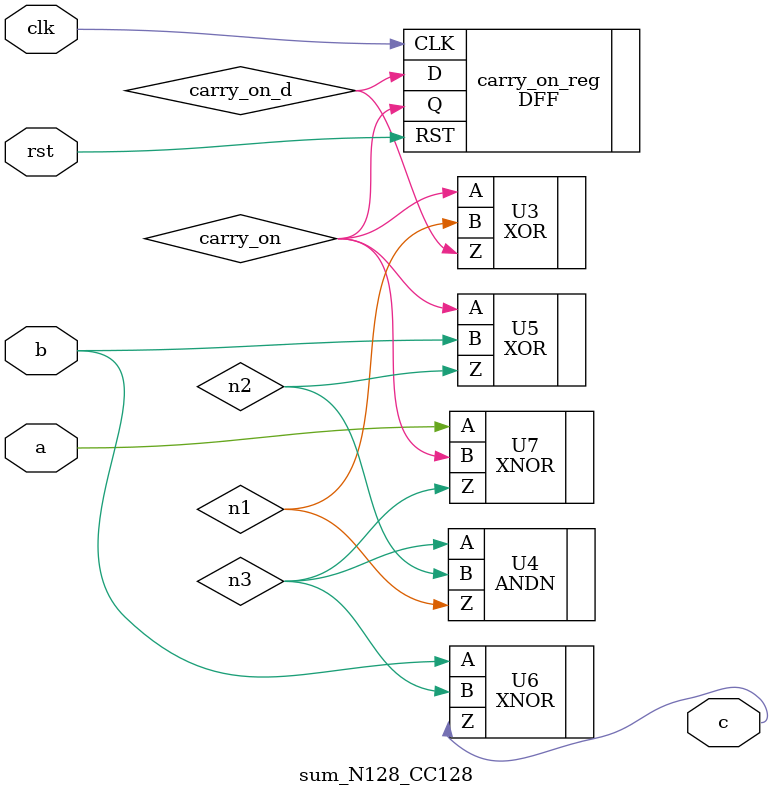
<source format=v>

module sum_N128_CC128 ( clk, rst, a, b, c );
  input [0:0] a;
  input [0:0] b;
  output [0:0] c;
  input clk, rst;
  wire   carry_on, carry_on_d, n1, n2, n3;

  DFF carry_on_reg ( .D(carry_on_d), .CLK(clk), .RST(rst), .Q(carry_on) );
  XOR U3 ( .A(carry_on), .B(n1), .Z(carry_on_d) );
  ANDN U4 ( .B(n2), .A(n3), .Z(n1) );
  XOR U5 ( .A(carry_on), .B(b[0]), .Z(n2) );
  XNOR U6 ( .A(b[0]), .B(n3), .Z(c[0]) );
  XNOR U7 ( .A(a[0]), .B(carry_on), .Z(n3) );
endmodule


</source>
